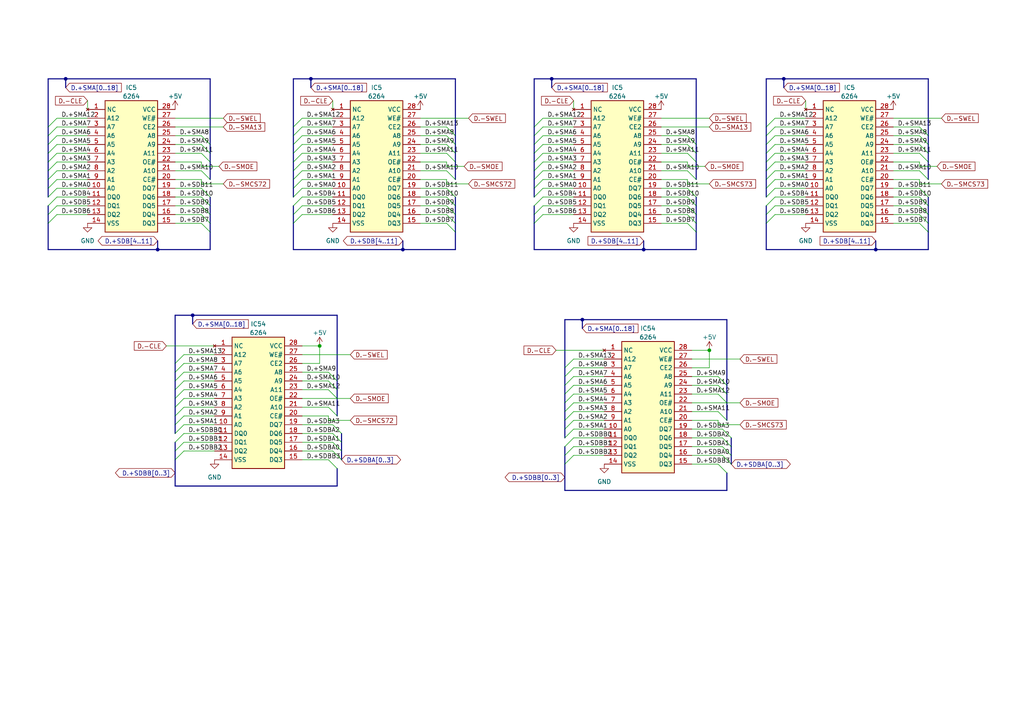
<source format=kicad_sch>
(kicad_sch (version 20230121) (generator eeschema)
  (paper "A4")
  (lib_symbols
    (symbol "SamacSys_Parts:LY6264DL-70LLI"
      (property "Reference" "IC" (at 21.59 7.62 0))
      (property "Value" "LY6264DL-70LLI" (at 21.59 5.08 0))
      (symbol "LY6264DL-70LLI_1_1"
        (rectangle (start 5.08 2.54) (end 20.32 -35.56) (stroke (width 0.254)) (fill (type background)))
        (pin no_connect line (at 0 0 0) (length 5.08) (name "NC") (number "1"))
        (pin passive line (at 0 -22.86 0) (length 5.08) (name "A0") (number "10"))
        (pin passive line (at 0 -25.4 0) (length 5.08) (name "DQ0") (number "11"))
        (pin passive line (at 0 -27.94 0) (length 5.08) (name "DQ1") (number "12"))
        (pin passive line (at 0 -30.48 0) (length 5.08) (name "DQ2") (number "13"))
        (pin passive line (at 0 -33.02 0) (length 5.08) (name "VSS") (number "14"))
        (pin passive line (at 25.4 -33.02 180) (length 5.08) (name "DQ3") (number "15"))
        (pin passive line (at 25.4 -30.48 180) (length 5.08) (name "DQ4") (number "16"))
        (pin passive line (at 25.4 -27.94 180) (length 5.08) (name "DQ5") (number "17"))
        (pin passive line (at 25.4 -25.4 180) (length 5.08) (name "DQ6") (number "18"))
        (pin passive line (at 25.4 -22.86 180) (length 5.08) (name "DQ7") (number "19"))
        (pin passive line (at 0 -2.54 0) (length 5.08) (name "A12") (number "2"))
        (pin passive line (at 25.4 -20.32 180) (length 5.08) (name "CE#") (number "20"))
        (pin passive line (at 25.4 -17.78 180) (length 5.08) (name "A10") (number "21"))
        (pin passive line (at 25.4 -15.24 180) (length 5.08) (name "OE#") (number "22"))
        (pin passive line (at 25.4 -12.7 180) (length 5.08) (name "A11") (number "23"))
        (pin passive line (at 25.4 -10.16 180) (length 5.08) (name "A9") (number "24"))
        (pin passive line (at 25.4 -7.62 180) (length 5.08) (name "A8") (number "25"))
        (pin passive line (at 25.4 -5.08 180) (length 5.08) (name "CE2") (number "26"))
        (pin passive line (at 25.4 -2.54 180) (length 5.08) (name "WE#") (number "27"))
        (pin passive line (at 25.4 0 180) (length 5.08) (name "VCC") (number "28"))
        (pin passive line (at 0 -5.08 0) (length 5.08) (name "A7") (number "3"))
        (pin passive line (at 0 -7.62 0) (length 5.08) (name "A6") (number "4"))
        (pin passive line (at 0 -10.16 0) (length 5.08) (name "A5") (number "5"))
        (pin passive line (at 0 -12.7 0) (length 5.08) (name "A4") (number "6"))
        (pin passive line (at 0 -15.24 0) (length 5.08) (name "A3") (number "7"))
        (pin passive line (at 0 -17.78 0) (length 5.08) (name "A2") (number "8"))
        (pin passive line (at 0 -20.32 0) (length 5.08) (name "A1") (number "9"))
      )
    )
    (symbol "power:+5V" (power) (pin_names (offset 0))
      (property "Value" "+5V" (at 0 3.556 0))
      (symbol "+5V_0_1"
        (polyline (pts (xy -0.762 1.27) (xy 0 2.54)))
        (polyline (pts (xy 0 0) (xy 0 2.54)))
        (polyline (pts (xy 0 2.54) (xy 0.762 1.27)))
      )
      (symbol "+5V_1_1"
        (pin power_in line (at 0 0 90) (length 0) hide (name "+5V") (number "1"))
      )
    )
    (symbol "power:GND" (power) (pin_names (offset 0))
      (property "Value" "GND" (at 0 -3.81 0))
      (symbol "GND_0_1"
        (polyline (pts (xy 0 0) (xy 0 -1.27) (xy 1.27 -1.27) (xy 0 -2.54) (xy -1.27 -1.27) (xy 0 -1.27)))
      )
      (symbol "GND_1_1"
        (pin power_in line (at 0 0 270) (length 0) hide (name "GND") (number "1"))
      )
    )
  )
  (junction (at 205.74 101.6))
  (junction (at 55.88 91.44))
  (junction (at 227.33 22.86))
  (junction (at 45.72 72.39))
  (junction (at 90.17 22.86))
  (junction (at 19.05 22.86))
  (junction (at 116.84 72.39))
  (junction (at 254 72.39))
  (junction (at 186.69 72.39))
  (junction (at 92.71 100.33))
  (junction (at 168.91 92.71))
  (junction (at 160.02 22.86))
  (bus_entry (at 199.39 59.69) (size 2.54 2.54))
  (bus_entry (at 157.48 39.37) (size -2.54 2.54))
  (bus_entry (at 166.37 124.46) (size -2.54 2.54))
  (bus_entry (at 53.34 102.87) (size -2.54 2.54))
  (bus_entry (at 129.54 64.77) (size 2.54 2.54))
  (bus_entry (at 266.7 39.37) (size 2.54 2.54))
  (bus_entry (at 166.37 104.14) (size -2.54 2.54))
  (bus_entry (at 53.34 107.95) (size -2.54 2.54))
  (bus_entry (at 16.51 41.91) (size -2.54 2.54))
  (bus_entry (at 87.63 44.45) (size -2.54 2.54))
  (bus_entry (at 224.79 62.23) (size -2.54 2.54))
  (bus_entry (at 266.7 44.45) (size 2.54 2.54))
  (bus_entry (at 87.63 39.37) (size -2.54 2.54))
  (bus_entry (at 166.37 121.92) (size -2.54 2.54))
  (bus_entry (at 87.63 41.91) (size -2.54 2.54))
  (bus_entry (at 129.54 39.37) (size 2.54 2.54))
  (bus_entry (at 166.37 109.22) (size -2.54 2.54))
  (bus_entry (at 224.79 39.37) (size -2.54 2.54))
  (bus_entry (at 129.54 62.23) (size 2.54 2.54))
  (bus_entry (at 53.34 105.41) (size -2.54 2.54))
  (bus_entry (at 157.48 41.91) (size -2.54 2.54))
  (bus_entry (at 129.54 54.61) (size 2.54 2.54))
  (bus_entry (at 16.51 34.29) (size -2.54 2.54))
  (bus_entry (at 199.39 39.37) (size 2.54 2.54))
  (bus_entry (at 96.52 125.73) (size 2.54 2.54))
  (bus_entry (at 16.51 62.23) (size -2.54 2.54))
  (bus_entry (at 129.54 41.91) (size 2.54 2.54))
  (bus_entry (at 157.48 34.29) (size -2.54 2.54))
  (bus_entry (at 266.7 49.53) (size 2.54 2.54))
  (bus_entry (at 224.79 59.69) (size -2.54 2.54))
  (bus_entry (at 266.7 64.77) (size 2.54 2.54))
  (bus_entry (at 53.34 118.11) (size -2.54 2.54))
  (bus_entry (at 129.54 57.15) (size 2.54 2.54))
  (bus_entry (at 129.54 59.69) (size 2.54 2.54))
  (bus_entry (at 266.7 54.61) (size 2.54 2.54))
  (bus_entry (at 87.63 46.99) (size -2.54 2.54))
  (bus_entry (at 199.39 44.45) (size 2.54 2.54))
  (bus_entry (at 129.54 44.45) (size 2.54 2.54))
  (bus_entry (at 16.51 54.61) (size -2.54 2.54))
  (bus_entry (at 129.54 36.83) (size 2.54 2.54))
  (bus_entry (at 95.25 110.49) (size 2.54 2.54))
  (bus_entry (at 53.34 125.73) (size -2.54 2.54))
  (bus_entry (at 166.37 106.68) (size -2.54 2.54))
  (bus_entry (at 58.42 57.15) (size 2.54 2.54))
  (bus_entry (at 53.34 130.81) (size -2.54 2.54))
  (bus_entry (at 224.79 49.53) (size -2.54 2.54))
  (bus_entry (at 16.51 59.69) (size -2.54 2.54))
  (bus_entry (at 208.28 119.38) (size 2.54 2.54))
  (bus_entry (at 95.25 113.03) (size 2.54 2.54))
  (bus_entry (at 16.51 49.53) (size -2.54 2.54))
  (bus_entry (at 96.52 130.81) (size 2.54 2.54))
  (bus_entry (at 87.63 57.15) (size -2.54 2.54))
  (bus_entry (at 53.34 123.19) (size -2.54 2.54))
  (bus_entry (at 166.37 129.54) (size -2.54 2.54))
  (bus_entry (at 53.34 120.65) (size -2.54 2.54))
  (bus_entry (at 58.42 59.69) (size 2.54 2.54))
  (bus_entry (at 157.48 44.45) (size -2.54 2.54))
  (bus_entry (at 166.37 132.08) (size -2.54 2.54))
  (bus_entry (at 199.39 54.61) (size 2.54 2.54))
  (bus_entry (at 87.63 59.69) (size -2.54 2.54))
  (bus_entry (at 16.51 57.15) (size -2.54 2.54))
  (bus_entry (at 53.34 115.57) (size -2.54 2.54))
  (bus_entry (at 208.28 114.3) (size 2.54 2.54))
  (bus_entry (at 199.39 49.53) (size 2.54 2.54))
  (bus_entry (at 95.25 118.11) (size 2.54 2.54))
  (bus_entry (at 58.42 54.61) (size 2.54 2.54))
  (bus_entry (at 157.48 62.23) (size -2.54 2.54))
  (bus_entry (at 209.55 132.08) (size 2.54 2.54))
  (bus_entry (at 95.25 107.95) (size 2.54 2.54))
  (bus_entry (at 266.7 36.83) (size 2.54 2.54))
  (bus_entry (at 157.48 54.61) (size -2.54 2.54))
  (bus_entry (at 224.79 34.29) (size -2.54 2.54))
  (bus_entry (at 166.37 114.3) (size -2.54 2.54))
  (bus_entry (at 199.39 41.91) (size 2.54 2.54))
  (bus_entry (at 157.48 52.07) (size -2.54 2.54))
  (bus_entry (at 58.42 62.23) (size 2.54 2.54))
  (bus_entry (at 16.51 52.07) (size -2.54 2.54))
  (bus_entry (at 157.48 36.83) (size -2.54 2.54))
  (bus_entry (at 16.51 44.45) (size -2.54 2.54))
  (bus_entry (at 58.42 44.45) (size 2.54 2.54))
  (bus_entry (at 224.79 52.07) (size -2.54 2.54))
  (bus_entry (at 266.7 62.23) (size 2.54 2.54))
  (bus_entry (at 16.51 36.83) (size -2.54 2.54))
  (bus_entry (at 224.79 54.61) (size -2.54 2.54))
  (bus_entry (at 266.7 57.15) (size 2.54 2.54))
  (bus_entry (at 157.48 57.15) (size -2.54 2.54))
  (bus_entry (at 209.55 127) (size 2.54 2.54))
  (bus_entry (at 208.28 109.22) (size 2.54 2.54))
  (bus_entry (at 53.34 128.27) (size -2.54 2.54))
  (bus_entry (at 87.63 52.07) (size -2.54 2.54))
  (bus_entry (at 157.48 59.69) (size -2.54 2.54))
  (bus_entry (at 16.51 39.37) (size -2.54 2.54))
  (bus_entry (at 96.52 128.27) (size 2.54 2.54))
  (bus_entry (at 166.37 116.84) (size -2.54 2.54))
  (bus_entry (at 224.79 44.45) (size -2.54 2.54))
  (bus_entry (at 224.79 36.83) (size -2.54 2.54))
  (bus_entry (at 208.28 111.76) (size 2.54 2.54))
  (bus_entry (at 96.52 123.19) (size 2.54 2.54))
  (bus_entry (at 95.25 133.35) (size 2.54 2.54))
  (bus_entry (at 87.63 34.29) (size -2.54 2.54))
  (bus_entry (at 199.39 64.77) (size 2.54 2.54))
  (bus_entry (at 58.42 64.77) (size 2.54 2.54))
  (bus_entry (at 53.34 113.03) (size -2.54 2.54))
  (bus_entry (at 58.42 39.37) (size 2.54 2.54))
  (bus_entry (at 87.63 54.61) (size -2.54 2.54))
  (bus_entry (at 224.79 46.99) (size -2.54 2.54))
  (bus_entry (at 16.51 46.99) (size -2.54 2.54))
  (bus_entry (at 199.39 57.15) (size 2.54 2.54))
  (bus_entry (at 209.55 129.54) (size 2.54 2.54))
  (bus_entry (at 224.79 57.15) (size -2.54 2.54))
  (bus_entry (at 266.7 41.91) (size 2.54 2.54))
  (bus_entry (at 209.55 124.46) (size 2.54 2.54))
  (bus_entry (at 266.7 59.69) (size 2.54 2.54))
  (bus_entry (at 166.37 111.76) (size -2.54 2.54))
  (bus_entry (at 199.39 62.23) (size 2.54 2.54))
  (bus_entry (at 53.34 110.49) (size -2.54 2.54))
  (bus_entry (at 166.37 127) (size -2.54 2.54))
  (bus_entry (at 129.54 49.53) (size 2.54 2.54))
  (bus_entry (at 224.79 41.91) (size -2.54 2.54))
  (bus_entry (at 157.48 46.99) (size -2.54 2.54))
  (bus_entry (at 87.63 36.83) (size -2.54 2.54))
  (bus_entry (at 58.42 41.91) (size 2.54 2.54))
  (bus_entry (at 157.48 49.53) (size -2.54 2.54))
  (bus_entry (at 87.63 62.23) (size -2.54 2.54))
  (bus_entry (at 166.37 119.38) (size -2.54 2.54))
  (bus_entry (at 58.42 49.53) (size 2.54 2.54))
  (bus_entry (at 208.28 134.62) (size 2.54 2.54))
  (bus_entry (at 87.63 49.53) (size -2.54 2.54))
  (wire (pts (xy 121.92 62.23) (xy 129.54 62.23)))
  (bus (pts (xy 90.17 22.86) (xy 90.17 25.4)))
  (wire (pts (xy 166.37 111.76) (xy 175.26 111.76)))
  (bus (pts (xy 154.94 22.86) (xy 154.94 36.83)))
  (bus (pts (xy 160.02 22.86) (xy 160.02 25.4)))
  (wire (pts (xy 97.79 115.57) (xy 87.63 115.57)))
  (bus (pts (xy 186.69 69.85) (xy 186.69 72.39)))
  (wire (pts (xy 191.77 41.91) (xy 199.39 41.91)))
  (bus (pts (xy 154.94 59.69) (xy 154.94 62.23)))
  (wire (pts (xy 157.48 46.99) (xy 166.37 46.99)))
  (wire (pts (xy 205.74 53.34) (xy 199.39 53.34)))
  (bus (pts (xy 222.25 22.86) (xy 222.25 36.83)))
  (wire (pts (xy 16.51 36.83) (xy 25.4 36.83)))
  (bus (pts (xy 269.24 62.23) (xy 269.24 64.77)))
  (wire (pts (xy 50.8 57.15) (xy 58.42 57.15)))
  (bus (pts (xy 99.06 125.73) (xy 99.06 128.27)))
  (bus (pts (xy 132.08 41.91) (xy 132.08 44.45)))
  (wire (pts (xy 53.34 128.27) (xy 62.23 128.27)))
  (wire (pts (xy 87.63 54.61) (xy 96.52 54.61)))
  (bus (pts (xy 201.93 41.91) (xy 201.93 44.45)))
  (wire (pts (xy 87.63 125.73) (xy 96.52 125.73)))
  (wire (pts (xy 166.37 109.22) (xy 175.26 109.22)))
  (wire (pts (xy 16.51 39.37) (xy 25.4 39.37)))
  (bus (pts (xy 85.09 64.77) (xy 85.09 72.39)))
  (bus (pts (xy 254 72.39) (xy 222.25 72.39)))
  (wire (pts (xy 224.79 36.83) (xy 233.68 36.83)))
  (bus (pts (xy 97.79 110.49) (xy 97.79 91.44)))
  (wire (pts (xy 157.48 52.07) (xy 166.37 52.07)))
  (wire (pts (xy 166.37 104.14) (xy 175.26 104.14)))
  (wire (pts (xy 157.48 54.61) (xy 166.37 54.61)))
  (wire (pts (xy 200.66 111.76) (xy 208.28 111.76)))
  (bus (pts (xy 154.94 46.99) (xy 154.94 49.53)))
  (wire (pts (xy 157.48 57.15) (xy 166.37 57.15)))
  (bus (pts (xy 222.25 52.07) (xy 222.25 54.61)))
  (wire (pts (xy 58.42 48.26) (xy 63.5 48.26)))
  (bus (pts (xy 50.8 115.57) (xy 50.8 118.11)))
  (bus (pts (xy 13.97 46.99) (xy 13.97 49.53)))
  (bus (pts (xy 85.09 54.61) (xy 85.09 57.15)))
  (wire (pts (xy 214.63 104.14) (xy 200.66 104.14)))
  (wire (pts (xy 191.77 62.23) (xy 199.39 62.23)))
  (bus (pts (xy 60.96 41.91) (xy 60.96 44.45)))
  (bus (pts (xy 222.25 54.61) (xy 222.25 57.15)))
  (wire (pts (xy 208.28 121.92) (xy 200.66 121.92)))
  (bus (pts (xy 154.94 36.83) (xy 154.94 39.37)))
  (wire (pts (xy 58.42 46.99) (xy 50.8 46.99)))
  (bus (pts (xy 50.8 133.35) (xy 50.8 130.81)))
  (bus (pts (xy 132.08 59.69) (xy 132.08 62.23)))
  (bus (pts (xy 201.93 72.39) (xy 186.69 72.39)))
  (bus (pts (xy 50.8 91.44) (xy 55.88 91.44)))
  (bus (pts (xy 50.8 120.65) (xy 50.8 123.19)))
  (wire (pts (xy 266.7 53.34) (xy 266.7 52.07)))
  (wire (pts (xy 129.54 53.34) (xy 129.54 52.07)))
  (wire (pts (xy 121.92 49.53) (xy 129.54 49.53)))
  (wire (pts (xy 157.48 49.53) (xy 166.37 49.53)))
  (wire (pts (xy 191.77 44.45) (xy 199.39 44.45)))
  (wire (pts (xy 224.79 54.61) (xy 233.68 54.61)))
  (bus (pts (xy 154.94 41.91) (xy 154.94 44.45)))
  (wire (pts (xy 233.68 29.21) (xy 233.68 31.75)))
  (bus (pts (xy 13.97 44.45) (xy 13.97 46.99)))
  (bus (pts (xy 97.79 110.49) (xy 97.79 113.03)))
  (wire (pts (xy 50.8 49.53) (xy 58.42 49.53)))
  (wire (pts (xy 16.51 59.69) (xy 25.4 59.69)))
  (wire (pts (xy 87.63 34.29) (xy 96.52 34.29)))
  (wire (pts (xy 210.82 116.84) (xy 200.66 116.84)))
  (bus (pts (xy 212.09 132.08) (xy 212.09 134.62)))
  (bus (pts (xy 163.83 142.24) (xy 163.83 134.62)))
  (bus (pts (xy 201.93 64.77) (xy 201.93 67.31)))
  (bus (pts (xy 160.02 22.86) (xy 201.93 22.86)))
  (bus (pts (xy 154.94 22.86) (xy 160.02 22.86)))
  (wire (pts (xy 191.77 49.53) (xy 199.39 49.53)))
  (bus (pts (xy 60.96 59.69) (xy 60.96 62.23)))
  (wire (pts (xy 58.42 46.99) (xy 58.42 48.26)))
  (wire (pts (xy 157.48 59.69) (xy 166.37 59.69)))
  (bus (pts (xy 97.79 140.97) (xy 50.8 140.97)))
  (wire (pts (xy 16.51 54.61) (xy 25.4 54.61)))
  (bus (pts (xy 97.79 113.03) (xy 97.79 115.57)))
  (bus (pts (xy 163.83 124.46) (xy 163.83 127)))
  (wire (pts (xy 50.8 62.23) (xy 58.42 62.23)))
  (wire (pts (xy 157.48 36.83) (xy 166.37 36.83)))
  (wire (pts (xy 87.63 128.27) (xy 96.52 128.27)))
  (bus (pts (xy 85.09 22.86) (xy 90.17 22.86)))
  (wire (pts (xy 200.66 129.54) (xy 209.55 129.54)))
  (wire (pts (xy 53.34 105.41) (xy 62.23 105.41)))
  (bus (pts (xy 210.82 114.3) (xy 210.82 116.84)))
  (wire (pts (xy 121.92 44.45) (xy 129.54 44.45)))
  (bus (pts (xy 222.25 41.91) (xy 222.25 44.45)))
  (wire (pts (xy 50.8 39.37) (xy 58.42 39.37)))
  (wire (pts (xy 53.34 118.11) (xy 62.23 118.11)))
  (wire (pts (xy 53.34 123.19) (xy 62.23 123.19)))
  (wire (pts (xy 64.77 53.34) (xy 58.42 53.34)))
  (bus (pts (xy 132.08 62.23) (xy 132.08 64.77)))
  (wire (pts (xy 87.63 44.45) (xy 96.52 44.45)))
  (wire (pts (xy 157.48 34.29) (xy 166.37 34.29)))
  (wire (pts (xy 121.92 59.69) (xy 129.54 59.69)))
  (bus (pts (xy 212.09 129.54) (xy 212.09 132.08)))
  (wire (pts (xy 224.79 57.15) (xy 233.68 57.15)))
  (bus (pts (xy 163.83 109.22) (xy 163.83 111.76)))
  (bus (pts (xy 60.96 41.91) (xy 60.96 22.86)))
  (bus (pts (xy 45.72 72.39) (xy 13.97 72.39)))
  (wire (pts (xy 214.63 116.84) (xy 210.82 116.84)))
  (bus (pts (xy 222.25 22.86) (xy 227.33 22.86)))
  (wire (pts (xy 200.66 124.46) (xy 209.55 124.46)))
  (bus (pts (xy 85.09 49.53) (xy 85.09 52.07)))
  (bus (pts (xy 163.83 132.08) (xy 163.83 129.54)))
  (wire (pts (xy 266.7 46.99) (xy 266.7 48.26)))
  (wire (pts (xy 259.08 64.77) (xy 266.7 64.77)))
  (bus (pts (xy 163.83 116.84) (xy 163.83 119.38)))
  (bus (pts (xy 222.25 39.37) (xy 222.25 41.91)))
  (bus (pts (xy 222.25 59.69) (xy 222.25 62.23)))
  (wire (pts (xy 191.77 57.15) (xy 199.39 57.15)))
  (bus (pts (xy 19.05 22.86) (xy 19.05 25.4)))
  (bus (pts (xy 13.97 49.53) (xy 13.97 52.07)))
  (wire (pts (xy 121.92 36.83) (xy 129.54 36.83)))
  (wire (pts (xy 166.37 29.21) (xy 166.37 31.75)))
  (wire (pts (xy 166.37 116.84) (xy 175.26 116.84)))
  (wire (pts (xy 58.42 53.34) (xy 58.42 52.07)))
  (bus (pts (xy 210.82 111.76) (xy 210.82 92.71)))
  (wire (pts (xy 92.71 100.33) (xy 92.71 105.41)))
  (wire (pts (xy 87.63 36.83) (xy 96.52 36.83)))
  (bus (pts (xy 97.79 115.57) (xy 97.79 120.65)))
  (bus (pts (xy 201.93 44.45) (xy 201.93 46.99)))
  (wire (pts (xy 224.79 59.69) (xy 233.68 59.69)))
  (wire (pts (xy 191.77 39.37) (xy 199.39 39.37)))
  (bus (pts (xy 60.96 64.77) (xy 60.96 67.31)))
  (wire (pts (xy 87.63 46.99) (xy 96.52 46.99)))
  (bus (pts (xy 13.97 64.77) (xy 13.97 72.39)))
  (wire (pts (xy 259.08 57.15) (xy 266.7 57.15)))
  (bus (pts (xy 85.09 59.69) (xy 85.09 62.23)))
  (bus (pts (xy 154.94 44.45) (xy 154.94 46.99)))
  (wire (pts (xy 224.79 62.23) (xy 233.68 62.23)))
  (bus (pts (xy 85.09 44.45) (xy 85.09 46.99)))
  (bus (pts (xy 50.8 91.44) (xy 50.8 105.41)))
  (bus (pts (xy 222.25 62.23) (xy 222.25 64.77)))
  (wire (pts (xy 87.63 62.23) (xy 96.52 62.23)))
  (wire (pts (xy 224.79 41.91) (xy 233.68 41.91)))
  (wire (pts (xy 199.39 52.07) (xy 191.77 52.07)))
  (wire (pts (xy 200.66 134.62) (xy 208.28 134.62)))
  (bus (pts (xy 269.24 72.39) (xy 254 72.39)))
  (wire (pts (xy 95.25 121.92) (xy 95.25 120.65)))
  (wire (pts (xy 208.28 123.19) (xy 208.28 121.92)))
  (wire (pts (xy 87.63 130.81) (xy 96.52 130.81)))
  (wire (pts (xy 199.39 53.34) (xy 199.39 52.07)))
  (bus (pts (xy 55.88 91.44) (xy 55.88 93.98)))
  (bus (pts (xy 210.82 137.16) (xy 210.82 142.24)))
  (bus (pts (xy 132.08 46.99) (xy 132.08 52.07)))
  (wire (pts (xy 64.77 36.83) (xy 50.8 36.83)))
  (bus (pts (xy 85.09 22.86) (xy 85.09 36.83)))
  (wire (pts (xy 157.48 39.37) (xy 166.37 39.37)))
  (bus (pts (xy 222.25 49.53) (xy 222.25 52.07)))
  (wire (pts (xy 166.37 121.92) (xy 175.26 121.92)))
  (wire (pts (xy 266.7 46.99) (xy 259.08 46.99)))
  (wire (pts (xy 101.6 121.92) (xy 95.25 121.92)))
  (wire (pts (xy 166.37 132.08) (xy 175.26 132.08)))
  (bus (pts (xy 168.91 92.71) (xy 210.82 92.71)))
  (wire (pts (xy 166.37 106.68) (xy 175.26 106.68)))
  (wire (pts (xy 224.79 46.99) (xy 233.68 46.99)))
  (wire (pts (xy 259.08 44.45) (xy 266.7 44.45)))
  (wire (pts (xy 16.51 49.53) (xy 25.4 49.53)))
  (wire (pts (xy 53.34 102.87) (xy 62.23 102.87)))
  (wire (pts (xy 87.63 113.03) (xy 95.25 113.03)))
  (wire (pts (xy 101.6 102.87) (xy 87.63 102.87)))
  (wire (pts (xy 16.51 41.91) (xy 25.4 41.91)))
  (bus (pts (xy 50.8 130.81) (xy 50.8 128.27)))
  (wire (pts (xy 199.39 46.99) (xy 191.77 46.99)))
  (bus (pts (xy 212.09 127) (xy 212.09 129.54)))
  (bus (pts (xy 186.69 72.39) (xy 154.94 72.39)))
  (wire (pts (xy 87.63 118.11) (xy 95.25 118.11)))
  (wire (pts (xy 166.37 129.54) (xy 175.26 129.54)))
  (wire (pts (xy 16.51 52.07) (xy 25.4 52.07)))
  (wire (pts (xy 53.34 113.03) (xy 62.23 113.03)))
  (bus (pts (xy 269.24 46.99) (xy 269.24 52.07)))
  (wire (pts (xy 87.63 49.53) (xy 96.52 49.53)))
  (bus (pts (xy 201.93 46.99) (xy 201.93 52.07)))
  (wire (pts (xy 16.51 34.29) (xy 25.4 34.29)))
  (bus (pts (xy 13.97 36.83) (xy 13.97 39.37)))
  (wire (pts (xy 259.08 54.61) (xy 266.7 54.61)))
  (wire (pts (xy 101.6 115.57) (xy 97.79 115.57)))
  (wire (pts (xy 87.63 41.91) (xy 96.52 41.91)))
  (wire (pts (xy 16.51 57.15) (xy 25.4 57.15)))
  (bus (pts (xy 201.93 59.69) (xy 201.93 62.23)))
  (bus (pts (xy 163.83 134.62) (xy 163.83 132.08)))
  (bus (pts (xy 116.84 69.85) (xy 116.84 72.39)))
  (bus (pts (xy 269.24 39.37) (xy 269.24 22.86)))
  (wire (pts (xy 121.92 39.37) (xy 129.54 39.37)))
  (wire (pts (xy 266.7 48.26) (xy 271.78 48.26)))
  (wire (pts (xy 121.92 41.91) (xy 129.54 41.91)))
  (bus (pts (xy 132.08 72.39) (xy 116.84 72.39)))
  (wire (pts (xy 259.08 49.53) (xy 266.7 49.53)))
  (wire (pts (xy 121.92 57.15) (xy 129.54 57.15)))
  (bus (pts (xy 154.94 64.77) (xy 154.94 72.39)))
  (wire (pts (xy 87.63 107.95) (xy 95.25 107.95)))
  (wire (pts (xy 16.51 44.45) (xy 25.4 44.45)))
  (bus (pts (xy 90.17 22.86) (xy 132.08 22.86)))
  (wire (pts (xy 121.92 64.77) (xy 129.54 64.77)))
  (bus (pts (xy 85.09 36.83) (xy 85.09 39.37)))
  (bus (pts (xy 163.83 114.3) (xy 163.83 116.84)))
  (wire (pts (xy 205.74 101.6) (xy 200.66 101.6)))
  (bus (pts (xy 99.06 130.81) (xy 99.06 133.35)))
  (wire (pts (xy 87.63 52.07) (xy 96.52 52.07)))
  (wire (pts (xy 200.66 114.3) (xy 208.28 114.3)))
  (wire (pts (xy 50.8 59.69) (xy 58.42 59.69)))
  (wire (pts (xy 199.39 48.26) (xy 204.47 48.26)))
  (bus (pts (xy 201.93 57.15) (xy 201.93 59.69)))
  (wire (pts (xy 53.34 130.81) (xy 62.23 130.81)))
  (wire (pts (xy 64.77 34.29) (xy 50.8 34.29)))
  (bus (pts (xy 85.09 62.23) (xy 85.09 64.77)))
  (bus (pts (xy 132.08 41.91) (xy 132.08 39.37)))
  (bus (pts (xy 132.08 57.15) (xy 132.08 59.69)))
  (wire (pts (xy 200.66 132.08) (xy 209.55 132.08)))
  (wire (pts (xy 224.79 49.53) (xy 233.68 49.53)))
  (wire (pts (xy 16.51 46.99) (xy 25.4 46.99)))
  (wire (pts (xy 205.74 36.83) (xy 191.77 36.83)))
  (bus (pts (xy 13.97 22.86) (xy 19.05 22.86)))
  (wire (pts (xy 58.42 52.07) (xy 50.8 52.07)))
  (wire (pts (xy 157.48 41.91) (xy 166.37 41.91)))
  (wire (pts (xy 157.48 44.45) (xy 166.37 44.45)))
  (bus (pts (xy 163.83 121.92) (xy 163.83 124.46)))
  (bus (pts (xy 45.72 69.85) (xy 45.72 72.39)))
  (wire (pts (xy 259.08 62.23) (xy 266.7 62.23)))
  (wire (pts (xy 50.8 44.45) (xy 58.42 44.45)))
  (wire (pts (xy 53.34 110.49) (xy 62.23 110.49)))
  (bus (pts (xy 154.94 39.37) (xy 154.94 41.91)))
  (bus (pts (xy 60.96 62.23) (xy 60.96 64.77)))
  (bus (pts (xy 85.09 52.07) (xy 85.09 54.61)))
  (wire (pts (xy 129.54 48.26) (xy 134.62 48.26)))
  (bus (pts (xy 13.97 39.37) (xy 13.97 41.91)))
  (bus (pts (xy 227.33 22.86) (xy 227.33 25.4)))
  (bus (pts (xy 99.06 128.27) (xy 99.06 130.81)))
  (bus (pts (xy 269.24 41.91) (xy 269.24 44.45)))
  (bus (pts (xy 269.24 64.77) (xy 269.24 67.31)))
  (bus (pts (xy 50.8 113.03) (xy 50.8 115.57)))
  (bus (pts (xy 13.97 41.91) (xy 13.97 44.45)))
  (wire (pts (xy 53.34 115.57) (xy 62.23 115.57)))
  (wire (pts (xy 50.8 64.77) (xy 58.42 64.77)))
  (bus (pts (xy 13.97 22.86) (xy 13.97 36.83)))
  (wire (pts (xy 25.4 29.21) (xy 25.4 31.75)))
  (wire (pts (xy 157.48 62.23) (xy 166.37 62.23)))
  (wire (pts (xy 87.63 105.41) (xy 92.71 105.41)))
  (wire (pts (xy 199.39 46.99) (xy 199.39 48.26)))
  (wire (pts (xy 259.08 41.91) (xy 266.7 41.91)))
  (bus (pts (xy 85.09 46.99) (xy 85.09 49.53)))
  (wire (pts (xy 129.54 46.99) (xy 121.92 46.99)))
  (bus (pts (xy 60.96 67.31) (xy 60.96 72.39)))
  (wire (pts (xy 166.37 119.38) (xy 175.26 119.38)))
  (wire (pts (xy 224.79 34.29) (xy 233.68 34.29)))
  (bus (pts (xy 222.25 36.83) (xy 222.25 39.37)))
  (wire (pts (xy 259.08 39.37) (xy 266.7 39.37)))
  (bus (pts (xy 269.24 44.45) (xy 269.24 46.99)))
  (bus (pts (xy 201.93 41.91) (xy 201.93 22.86)))
  (bus (pts (xy 163.83 111.76) (xy 163.83 114.3)))
  (bus (pts (xy 210.82 142.24) (xy 163.83 142.24)))
  (bus (pts (xy 85.09 39.37) (xy 85.09 41.91)))
  (bus (pts (xy 50.8 105.41) (xy 50.8 107.95)))
  (wire (pts (xy 87.63 59.69) (xy 96.52 59.69)))
  (wire (pts (xy 53.34 107.95) (xy 62.23 107.95)))
  (bus (pts (xy 132.08 39.37) (xy 132.08 22.86)))
  (bus (pts (xy 269.24 57.15) (xy 269.24 59.69)))
  (bus (pts (xy 154.94 52.07) (xy 154.94 54.61)))
  (bus (pts (xy 13.97 52.07) (xy 13.97 54.61)))
  (wire (pts (xy 191.77 64.77) (xy 199.39 64.77)))
  (bus (pts (xy 210.82 116.84) (xy 210.82 121.92)))
  (wire (pts (xy 87.63 39.37) (xy 96.52 39.37)))
  (bus (pts (xy 168.91 92.71) (xy 168.91 95.25)))
  (wire (pts (xy 121.92 54.61) (xy 129.54 54.61)))
  (wire (pts (xy 259.08 59.69) (xy 266.7 59.69)))
  (bus (pts (xy 132.08 64.77) (xy 132.08 67.31)))
  (bus (pts (xy 154.94 62.23) (xy 154.94 64.77)))
  (bus (pts (xy 222.25 64.77) (xy 222.25 72.39)))
  (bus (pts (xy 50.8 140.97) (xy 50.8 133.35)))
  (bus (pts (xy 50.8 118.11) (xy 50.8 120.65)))
  (bus (pts (xy 19.05 22.86) (xy 60.96 22.86)))
  (wire (pts (xy 87.63 123.19) (xy 96.52 123.19)))
  (wire (pts (xy 50.8 41.91) (xy 58.42 41.91)))
  (wire (pts (xy 50.8 54.61) (xy 58.42 54.61)))
  (bus (pts (xy 60.96 44.45) (xy 60.96 46.99)))
  (bus (pts (xy 132.08 67.31) (xy 132.08 72.39)))
  (wire (pts (xy 92.71 100.33) (xy 87.63 100.33)))
  (wire (pts (xy 191.77 54.61) (xy 199.39 54.61)))
  (wire (pts (xy 266.7 52.07) (xy 259.08 52.07)))
  (wire (pts (xy 205.74 34.29) (xy 191.77 34.29)))
  (bus (pts (xy 60.96 46.99) (xy 60.96 52.07)))
  (wire (pts (xy 166.37 127) (xy 175.26 127)))
  (bus (pts (xy 210.82 111.76) (xy 210.82 114.3)))
  (wire (pts (xy 87.63 57.15) (xy 96.52 57.15)))
  (bus (pts (xy 163.83 119.38) (xy 163.83 121.92)))
  (wire (pts (xy 166.37 124.46) (xy 175.26 124.46)))
  (wire (pts (xy 129.54 46.99) (xy 129.54 48.26)))
  (bus (pts (xy 85.09 41.91) (xy 85.09 44.45)))
  (wire (pts (xy 200.66 127) (xy 209.55 127)))
  (wire (pts (xy 48.26 100.33) (xy 62.23 100.33)))
  (bus (pts (xy 201.93 62.23) (xy 201.93 64.77)))
  (wire (pts (xy 96.52 29.21) (xy 96.52 31.75)))
  (bus (pts (xy 201.93 67.31) (xy 201.93 72.39)))
  (bus (pts (xy 55.88 91.44) (xy 97.79 91.44)))
  (bus (pts (xy 132.08 44.45) (xy 132.08 46.99)))
  (wire (pts (xy 53.34 125.73) (xy 62.23 125.73)))
  (bus (pts (xy 13.97 54.61) (xy 13.97 57.15)))
  (bus (pts (xy 154.94 49.53) (xy 154.94 52.07)))
  (bus (pts (xy 163.83 92.71) (xy 163.83 106.68)))
  (wire (pts (xy 135.89 34.29) (xy 121.92 34.29)))
  (wire (pts (xy 16.51 62.23) (xy 25.4 62.23)))
  (wire (pts (xy 53.34 120.65) (xy 62.23 120.65)))
  (wire (pts (xy 200.66 119.38) (xy 208.28 119.38)))
  (wire (pts (xy 224.79 44.45) (xy 233.68 44.45)))
  (bus (pts (xy 222.25 46.99) (xy 222.25 49.53)))
  (bus (pts (xy 269.24 41.91) (xy 269.24 39.37)))
  (wire (pts (xy 87.63 110.49) (xy 95.25 110.49)))
  (wire (pts (xy 166.37 114.3) (xy 175.26 114.3)))
  (bus (pts (xy 50.8 110.49) (xy 50.8 113.03)))
  (bus (pts (xy 254 69.85) (xy 254 72.39)))
  (bus (pts (xy 50.8 123.19) (xy 50.8 125.73)))
  (bus (pts (xy 13.97 62.23) (xy 13.97 64.77)))
  (wire (pts (xy 224.79 39.37) (xy 233.68 39.37)))
  (wire (pts (xy 129.54 52.07) (xy 121.92 52.07)))
  (wire (pts (xy 200.66 106.68) (xy 205.74 106.68)))
  (bus (pts (xy 163.83 92.71) (xy 168.91 92.71)))
  (wire (pts (xy 224.79 52.07) (xy 233.68 52.07)))
  (wire (pts (xy 161.29 101.6) (xy 175.26 101.6)))
  (wire (pts (xy 135.89 53.34) (xy 129.54 53.34)))
  (bus (pts (xy 269.24 59.69) (xy 269.24 62.23)))
  (bus (pts (xy 116.84 72.39) (xy 85.09 72.39)))
  (bus (pts (xy 163.83 106.68) (xy 163.83 109.22)))
  (bus (pts (xy 222.25 44.45) (xy 222.25 46.99)))
  (wire (pts (xy 259.08 36.83) (xy 266.7 36.83)))
  (wire (pts (xy 87.63 133.35) (xy 95.25 133.35)))
  (bus (pts (xy 60.96 72.39) (xy 45.72 72.39)))
  (bus (pts (xy 269.24 67.31) (xy 269.24 72.39)))
  (bus (pts (xy 97.79 135.89) (xy 97.79 140.97)))
  (wire (pts (xy 273.05 34.29) (xy 259.08 34.29)))
  (bus (pts (xy 227.33 22.86) (xy 269.24 22.86)))
  (bus (pts (xy 50.8 107.95) (xy 50.8 110.49)))
  (bus (pts (xy 154.94 54.61) (xy 154.94 57.15)))
  (wire (pts (xy 205.74 101.6) (xy 205.74 106.68)))
  (wire (pts (xy 95.25 120.65) (xy 87.63 120.65)))
  (wire (pts (xy 200.66 109.22) (xy 208.28 109.22)))
  (bus (pts (xy 60.96 57.15) (xy 60.96 59.69)))
  (bus (pts (xy 13.97 59.69) (xy 13.97 62.23)))
  (wire (pts (xy 191.77 59.69) (xy 199.39 59.69)))
  (wire (pts (xy 214.63 123.19) (xy 208.28 123.19)))
  (wire (pts (xy 273.05 53.34) (xy 266.7 53.34)))
  (label "D.+SMA6" (at 88.9 39.37 0))
  (label "D.+SDB6" (at 158.75 62.23 0))
  (label "D.+SMA9" (at 52.07 41.91 0))
  (label "D.+SMA8" (at 52.07 39.37 0))
  (label "D.+SDB6" (at 226.06 62.23 0))
  (label "D.+SMA8" (at 54.61 105.41 0))
  (label "D.+SMA13" (at 54.61 102.87 0))
  (label "D.+SMA5" (at 167.64 114.3 0))
  (label "D.+SDB7" (at 52.07 64.77 0))
  (label "D.+SMA5" (at 17.78 41.91 0))
  (label "D.+SDB4" (at 226.06 57.15 0))
  (label "D.+SDB4" (at 88.9 57.15 0))
  (label "D.+SDB10" (at 260.35 57.15 0))
  (label "D.+SDB8" (at 52.07 62.23 0))
  (label "D.+SMA10" (at 123.19 49.53 0))
  (label "D.+SMA7" (at 17.78 36.83 0))
  (label "D.+SMA13" (at 260.35 36.83 0))
  (label "D.+SMA8" (at 167.64 106.68 0))
  (label "D.+SDBA2" (at 88.9 125.73 0))
  (label "D.+SMA1" (at 226.06 52.07 0))
  (label "D.+SMA4" (at 17.78 44.45 0))
  (label "D.+SMA5" (at 158.75 41.91 0))
  (label "D.+SMA1" (at 88.9 52.07 0))
  (label "D.+SMA3" (at 54.61 118.11 0))
  (label "D.+SMA4" (at 226.06 44.45 0))
  (label "D.+SDBA1" (at 201.93 129.54 0))
  (label "D.+SDBA0" (at 201.93 132.08 0))
  (label "D.+SMA4" (at 88.9 44.45 0))
  (label "D.+SDBB1" (at 167.64 129.54 0))
  (label "D.+SMA8" (at 123.19 39.37 0))
  (label "D.+SDB6" (at 17.78 62.23 0))
  (label "D.+SMA11" (at 201.93 119.38 0))
  (label "D.+SMA10" (at 193.04 49.53 0))
  (label "D.+SDBB2" (at 54.61 130.81 0))
  (label "D.+SMA8" (at 260.35 39.37 0))
  (label "D.+SDB10" (at 123.19 57.15 0))
  (label "D.+SMA4" (at 54.61 115.57 0))
  (label "D.+SDBB3" (at 88.9 133.35 0))
  (label "D.+SDBB2" (at 167.64 132.08 0))
  (label "D.+SMA3" (at 167.64 119.38 0))
  (label "D.+SDB5" (at 88.9 59.69 0))
  (label "D.+SMA11" (at 260.35 44.45 0))
  (label "D.+SMA1" (at 17.78 52.07 0))
  (label "D.+SDB7" (at 260.35 64.77 0))
  (label "D.+SDB11" (at 52.07 54.61 0))
  (label "D.+SDB8" (at 193.04 62.23 0))
  (label "D.+SMA10" (at 201.93 111.76 0))
  (label "D.+SMA4" (at 167.64 116.84 0))
  (label "D.+SMA7" (at 226.06 36.83 0))
  (label "D.+SMA3" (at 158.75 46.99 0))
  (label "D.+SDBA2" (at 201.93 127 0))
  (label "D.+SDB7" (at 193.04 64.77 0))
  (label "D.+SMA6" (at 226.06 39.37 0))
  (label "D.+SMA9" (at 260.35 41.91 0))
  (label "D.+SMA6" (at 167.64 111.76 0))
  (label "D.+SMA11" (at 123.19 44.45 0))
  (label "D.+SMA5" (at 54.61 113.03 0))
  (label "D.+SDB5" (at 158.75 59.69 0))
  (label "D.+SDBA1" (at 88.9 128.27 0))
  (label "D.+SMA0" (at 226.06 54.61 0))
  (label "D.+SMA12" (at 158.75 34.29 0))
  (label "D.+SMA2" (at 54.61 120.65 0))
  (label "D.+SDB11" (at 193.04 54.61 0))
  (label "D.+SDB9" (at 193.04 59.69 0))
  (label "D.+SMA9" (at 193.04 41.91 0))
  (label "D.+SMA0" (at 88.9 54.61 0))
  (label "D.+SMA6" (at 158.75 39.37 0))
  (label "D.+SDB4" (at 17.78 57.15 0))
  (label "D.+SMA10" (at 52.07 49.53 0))
  (label "D.+SMA11" (at 193.04 44.45 0))
  (label "D.+SDB7" (at 123.19 64.77 0))
  (label "D.+SMA3" (at 88.9 46.99 0))
  (label "D.+SMA6" (at 17.78 39.37 0))
  (label "D.+SDB11" (at 123.19 54.61 0))
  (label "D.+SMA3" (at 226.06 46.99 0))
  (label "D.+SMA1" (at 158.75 52.07 0))
  (label "D.+SMA11" (at 52.07 44.45 0))
  (label "D.+SDB11" (at 260.35 54.61 0))
  (label "D.+SMA2" (at 158.75 49.53 0))
  (label "D.+SMA0" (at 158.75 54.61 0))
  (label "D.+SDBB1" (at 54.61 128.27 0))
  (label "D.+SDB9" (at 260.35 59.69 0))
  (label "D.+SDBA3" (at 201.93 124.46 0))
  (label "D.+SMA9" (at 201.93 109.22 0))
  (label "D.+SMA5" (at 88.9 41.91 0))
  (label "D.+SMA7" (at 54.61 107.95 0))
  (label "D.+SMA13" (at 167.64 104.14 0))
  (label "D.+SDB10" (at 193.04 57.15 0))
  (label "D.+SMA7" (at 158.75 36.83 0))
  (label "D.+SMA10" (at 88.9 110.49 0))
  (label "D.+SMA2" (at 226.06 49.53 0))
  (label "D.+SMA9" (at 123.19 41.91 0))
  (label "D.+SMA12" (at 88.9 34.29 0))
  (label "D.+SDBB0" (at 54.61 125.73 0))
  (label "D.+SDB4" (at 158.75 57.15 0))
  (label "D.+SMA1" (at 54.61 123.19 0))
  (label "D.+SDB5" (at 226.06 59.69 0))
  (label "D.+SMA2" (at 167.64 121.92 0))
  (label "D.+SDBB3" (at 201.93 134.62 0))
  (label "D.+SMA0" (at 17.78 54.61 0))
  (label "D.+SMA12" (at 17.78 34.29 0))
  (label "D.+SMA8" (at 193.04 39.37 0))
  (label "D.+SMA2" (at 17.78 49.53 0))
  (label "D.+SMA12" (at 226.06 34.29 0))
  (label "D.+SMA6" (at 54.61 110.49 0))
  (label "D.+SMA7" (at 88.9 36.83 0))
  (label "D.+SMA3" (at 17.78 46.99 0))
  (label "D.+SDBA0" (at 88.9 130.81 0))
  (label "D.+SMA10" (at 260.35 49.53 0))
  (label "D.+SMA2" (at 88.9 49.53 0))
  (label "D.+SMA1" (at 167.64 124.46 0))
  (label "D.+SDB5" (at 17.78 59.69 0))
  (label "D.+SMA11" (at 88.9 118.11 0))
  (label "D.+SMA12" (at 88.9 113.03 0))
  (label "D.+SMA4" (at 158.75 44.45 0))
  (label "D.+SDB8" (at 123.19 62.23 0))
  (label "D.+SDBB0" (at 167.64 127 0))
  (label "D.+SDB9" (at 123.19 59.69 0))
  (label "D.+SDB8" (at 260.35 62.23 0))
  (label "D.+SMA9" (at 88.9 107.95 0))
  (label "D.+SDB10" (at 52.07 57.15 0))
  (label "D.+SDB6" (at 88.9 62.23 0))
  (label "D.+SMA5" (at 226.06 41.91 0))
  (label "D.+SMA7" (at 167.64 109.22 0))
  (label "D.+SDBA3" (at 88.9 123.19 0))
  (label "D.+SDB9" (at 52.07 59.69 0))
  (label "D.+SMA13" (at 123.19 36.83 0))
  (label "D.+SMA12" (at 201.93 114.3 0))
  (global_label "D.-SWEL" (shape input) (at 135.89 34.29 0) (property "Intersheetrefs" "${INTERSHEET_REFS}" (effects hide)))
  (global_label "D.-SWEL" (shape input) (at 101.6 102.87 0) (property "Intersheetrefs" "${INTERSHEET_REFS}" (effects hide)))
  (global_label "D.-SMCS73" (shape input) (at 205.74 53.34 0) (property "Intersheetrefs" "${INTERSHEET_REFS}" (effects hide)))
  (global_label "D.-SMCS72" (shape input) (at 101.6 121.92 0) (property "Intersheetrefs" "${INTERSHEET_REFS}" (effects hide)))
  (global_label "D.+SMA[0..18]" (shape input) (at 90.17 25.4 0) (property "Intersheetrefs" "${INTERSHEET_REFS}" (effects hide)))
  (global_label "D.+SDBB[0..3]" (shape bidirectional) (at 50.8 137.16 180) (property "Intersheetrefs" "${INTERSHEET_REFS}" (effects hide)))
  (global_label "D.-CLE" (shape input) (at 96.52 29.21 180) (property "Intersheetrefs" "${INTERSHEET_REFS}" (effects hide)))
  (global_label "D.-SWEL" (shape input) (at 64.77 34.29 0) (property "Intersheetrefs" "${INTERSHEET_REFS}" (effects hide)))
  (global_label "D.-SWEL" (shape input) (at 273.05 34.29 0) (property "Intersheetrefs" "${INTERSHEET_REFS}" (effects hide)))
  (global_label "D.+SMA[0..18]" (shape input) (at 19.05 25.4 0) (property "Intersheetrefs" "${INTERSHEET_REFS}" (effects hide)))
  (global_label "D.-SMCS72" (shape input) (at 135.89 53.34 0) (property "Intersheetrefs" "${INTERSHEET_REFS}" (effects hide)))
  (global_label "D.+SMA[0..18]" (shape input) (at 55.88 93.98 0) (property "Intersheetrefs" "${INTERSHEET_REFS}" (effects hide)))
  (global_label "D.+SDB[4..11]" (shape input) (at 254 69.85 180) (property "Intersheetrefs" "${INTERSHEET_REFS}" (effects hide)))
  (global_label "D.+SDB[4..11]" (shape input) (at 186.69 69.85 180) (property "Intersheetrefs" "${INTERSHEET_REFS}" (effects hide)))
  (global_label "D.-SMCS73" (shape input) (at 214.63 123.19 0) (property "Intersheetrefs" "${INTERSHEET_REFS}" (effects hide)))
  (global_label "D.-SWEL" (shape input) (at 205.74 34.29 0) (property "Intersheetrefs" "${INTERSHEET_REFS}" (effects hide)))
  (global_label "D.-SMCS73" (shape input) (at 273.05 53.34 0) (property "Intersheetrefs" "${INTERSHEET_REFS}" (effects hide)))
  (global_label "D.-SMA13" (shape input) (at 205.74 36.83 0) (property "Intersheetrefs" "${INTERSHEET_REFS}" (effects hide)))
  (global_label "D.-SMOE" (shape input) (at 101.6 115.57 0) (property "Intersheetrefs" "${INTERSHEET_REFS}" (effects hide)))
  (global_label "D.+SDBB[0..3]" (shape bidirectional) (at 163.83 138.43 180) (property "Intersheetrefs" "${INTERSHEET_REFS}" (effects hide)))
  (global_label "D.-SMCS72" (shape input) (at 64.77 53.34 0) (property "Intersheetrefs" "${INTERSHEET_REFS}" (effects hide)))
  (global_label "D.+SDBA[0..3]" (shape bidirectional) (at 99.06 133.35 0) (property "Intersheetrefs" "${INTERSHEET_REFS}" (effects hide)))
  (global_label "D.-CLE" (shape input) (at 48.26 100.33 180) (property "Intersheetrefs" "${INTERSHEET_REFS}" (effects hide)))
  (global_label "D.+SMA[0..18]" (shape input) (at 227.33 25.4 0) (property "Intersheetrefs" "${INTERSHEET_REFS}" (effects hide)))
  (global_label "D.-SWEL" (shape input) (at 214.63 104.14 0) (property "Intersheetrefs" "${INTERSHEET_REFS}" (effects hide)))
  (global_label "D.-CLE" (shape input) (at 233.68 29.21 180) (property "Intersheetrefs" "${INTERSHEET_REFS}" (effects hide)))
  (global_label "D.-SMOE" (shape input) (at 134.62 48.26 0) (property "Intersheetrefs" "${INTERSHEET_REFS}" (effects hide)))
  (global_label "D.+SDBA[0..3]" (shape bidirectional) (at 212.09 134.62 0) (property "Intersheetrefs" "${INTERSHEET_REFS}" (effects hide)))
  (global_label "D.+SMA[0..18]" (shape input) (at 168.91 95.25 0) (property "Intersheetrefs" "${INTERSHEET_REFS}" (effects hide)))
  (global_label "D.-SMA13" (shape input) (at 64.77 36.83 0) (property "Intersheetrefs" "${INTERSHEET_REFS}" (effects hide)))
  (global_label "D.+SDB[4..11]" (shape bidirectional) (at 116.84 69.85 180) (property "Intersheetrefs" "${INTERSHEET_REFS}" (effects hide)))
  (global_label "D.+SMA[0..18]" (shape input) (at 160.02 25.4 0) (property "Intersheetrefs" "${INTERSHEET_REFS}" (effects hide)))
  (global_label "D.+SDB[4..11]" (shape bidirectional) (at 45.72 69.85 180) (property "Intersheetrefs" "${INTERSHEET_REFS}" (effects hide)))
  (global_label "D.-SMOE" (shape input) (at 271.78 48.26 0) (property "Intersheetrefs" "${INTERSHEET_REFS}" (effects hide)))
  (global_label "D.-CLE" (shape input) (at 25.4 29.21 180) (property "Intersheetrefs" "${INTERSHEET_REFS}" (effects hide)))
  (global_label "D.-CLE" (shape input) (at 166.37 29.21 180) (property "Intersheetrefs" "${INTERSHEET_REFS}" (effects hide)))
  (global_label "D.-SMOE" (shape input) (at 204.47 48.26 0) (property "Intersheetrefs" "${INTERSHEET_REFS}" (effects hide)))
  (global_label "D.-SMOE" (shape input) (at 63.5 48.26 0) (property "Intersheetrefs" "${INTERSHEET_REFS}" (effects hide)))
  (global_label "D.-SMOE" (shape input) (at 214.63 116.84 0) (property "Intersheetrefs" "${INTERSHEET_REFS}" (effects hide)))
  (global_label "D.-CLE" (shape input) (at 161.29 101.6 180) (property "Intersheetrefs" "${INTERSHEET_REFS}" (effects hide)))
  (symbol (lib_id "power:GND") (at 25.4 64.77 0) (unit 1)
    (property "Reference" "#PWR0160" (effects hide))
    (property "Value" "GND" (at 25.4 69.85 0))
    (instances (project "emu_sp12" (path "" (reference "#PWR0160") (unit 1)) (path "" (reference "#PWR0166") (unit 1))))
  )
  (symbol (lib_id "SamacSys_Parts:LY6264DL-70LLI") (at 96.52 31.75 0) (unit 1)
    (property "Reference" "IC5" (at 109.22 25.4 0))
    (property "Value" "6264" (at 109.22 27.94 0))
    (property "Footprint" "DIP787W46P254L3537H533Q28N" (effects hide))
    (property "Datasheet" "https://datasheet.lcsc.com/szlcsc/Lyontek-Inc-LY6264SL-70LLI_C261872.pdf" (effects hide))
    (property "Height" "5.334" (effects hide))
    (property "Manufacturer_Name" "Lyontek Inc." (effects hide))
    (property "Manufacturer_Part_Number" "LY6264DL-70LLI" (effects hide))
    (instances (project "emu_sp12" (path "" (reference "IC5") (unit 1)) (path "" (reference "IC25") (unit 1))))
  )
  (symbol (lib_id "SamacSys_Parts:LY6264DL-70LLI") (at 166.37 31.75 0) (unit 1)
    (property "Reference" "IC5" (at 179.07 25.4 0))
    (property "Value" "6264" (at 179.07 27.94 0))
    (property "Footprint" "DIP787W46P254L3537H533Q28N" (effects hide))
    (property "Datasheet" "https://datasheet.lcsc.com/szlcsc/Lyontek-Inc-LY6264SL-70LLI_C261872.pdf" (effects hide))
    (property "Height" "5.334" (effects hide))
    (property "Manufacturer_Name" "Lyontek Inc." (effects hide))
    (property "Manufacturer_Part_Number" "LY6264DL-70LLI" (effects hide))
    (instances (project "emu_sp12" (path "" (reference "IC5") (unit 1)) (path "" (reference "IC8") (unit 1))))
  )
  (symbol (lib_id "SamacSys_Parts:LY6264DL-70LLI") (at 233.68 31.75 0) (unit 1)
    (property "Reference" "IC5" (at 246.38 25.4 0))
    (property "Value" "6264" (at 246.38 27.94 0))
    (property "Footprint" "DIP787W46P254L3537H533Q28N" (effects hide))
    (property "Datasheet" "https://datasheet.lcsc.com/szlcsc/Lyontek-Inc-LY6264SL-70LLI_C261872.pdf" (effects hide))
    (property "Height" "5.334" (effects hide))
    (property "Manufacturer_Name" "Lyontek Inc." (effects hide))
    (property "Manufacturer_Part_Number" "LY6264DL-70LLI" (effects hide))
    (instances (project "emu_sp12" (path "" (reference "IC5") (unit 1)) (path "" (reference "IC26") (unit 1))))
  )
  (symbol (lib_id "power:GND") (at 166.37 64.77 0) (unit 1)
    (property "Reference" "#PWR0160" (effects hide))
    (property "Value" "GND" (at 166.37 69.85 0))
    (instances (project "emu_sp12" (path "" (reference "#PWR0160") (unit 1)) (path "" (reference "#PWR0173") (unit 1))))
  )
  (symbol (lib_id "power:GND") (at 233.68 64.77 0) (unit 1)
    (property "Reference" "#PWR0160" (effects hide))
    (property "Value" "GND" (at 233.68 69.85 0))
    (instances (project "emu_sp12" (path "" (reference "#PWR0160") (unit 1)) (path "" (reference "#PWR0177") (unit 1))))
  )
  (symbol (lib_id "power:+5V") (at 259.08 31.75 0) (unit 1)
    (property "Reference" "#PWR0159" (effects hide))
    (property "Value" "+5V" (at 259.08 27.94 0))
    (instances (project "emu_sp12" (path "" (reference "#PWR0159") (unit 1)) (path "" (reference "#PWR0178") (unit 1))))
  )
  (symbol (lib_id "power:GND") (at 96.52 64.77 0) (unit 1)
    (property "Reference" "#PWR0160" (effects hide))
    (property "Value" "GND" (at 96.52 69.85 0))
    (instances (project "emu_sp12" (path "" (reference "#PWR0160") (unit 1)) (path "" (reference "#PWR0175") (unit 1))))
  )
  (symbol (lib_id "power:+5V") (at 121.92 31.75 0) (unit 1)
    (property "Reference" "#PWR0159" (effects hide))
    (property "Value" "+5V" (at 121.92 27.94 0))
    (instances (project "emu_sp12" (path "" (reference "#PWR0159") (unit 1)) (path "" (reference "#PWR0176") (unit 1))))
  )
  (symbol (lib_id "power:GND") (at 175.26 134.62 0) (unit 1)
    (property "Reference" "#PWR0168" (effects hide))
    (property "Value" "GND" (at 175.26 139.7 0))
    (instances (project "emu_sp12" (path "" (reference "#PWR0168") (unit 1)) (path "" (reference "#PWR0183") (unit 1))))
  )
  (symbol (lib_id "SamacSys_Parts:LY6264DL-70LLI") (at 175.26 101.6 0) (unit 1)
    (property "Reference" "IC54" (at 187.96 95.25 0))
    (property "Value" "6264" (at 187.96 97.79 0))
    (property "Footprint" "DIP787W46P254L3537H533Q28N" (effects hide))
    (property "Datasheet" "https://datasheet.lcsc.com/szlcsc/Lyontek-Inc-LY6264SL-70LLI_C261872.pdf" (effects hide))
    (property "Height" "5.334" (effects hide))
    (property "Manufacturer_Name" "Lyontek Inc." (effects hide))
    (property "Manufacturer_Part_Number" "LY6264DL-70LLI" (effects hide))
    (instances (project "emu_sp12" (path "" (reference "IC54") (unit 1)) (path "" (reference "IC57") (unit 1))))
  )
  (symbol (lib_id "power:GND") (at 62.23 133.35 0) (unit 1)
    (property "Reference" "#PWR0168" (effects hide))
    (property "Value" "GND" (at 62.23 138.43 0))
    (instances (project "emu_sp12" (path "" (reference "#PWR0168") (unit 1)) (path "" (reference "#PWR0179") (unit 1))))
  )
  (symbol (lib_id "power:+5V") (at 191.77 31.75 0) (unit 1)
    (property "Reference" "#PWR0159" (effects hide))
    (property "Value" "+5V" (at 191.77 27.94 0))
    (instances (project "emu_sp12" (path "" (reference "#PWR0159") (unit 1)) (path "" (reference "#PWR0174") (unit 1))))
  )
  (symbol (lib_id "power:+5V") (at 92.71 100.33 0) (unit 1)
    (property "Reference" "#PWR0169" (effects hide))
    (property "Value" "+5V" (at 92.71 96.52 0))
    (instances (project "emu_sp12" (path "" (reference "#PWR0169") (unit 1)) (path "" (reference "#PWR0180") (unit 1))))
  )
  (symbol (lib_id "SamacSys_Parts:LY6264DL-70LLI") (at 25.4 31.75 0) (unit 1)
    (property "Reference" "IC5" (at 38.1 25.4 0))
    (property "Value" "6264" (at 38.1 27.94 0))
    (property "Footprint" "DIP787W46P254L3537H533Q28N" (effects hide))
    (property "Datasheet" "https://datasheet.lcsc.com/szlcsc/Lyontek-Inc-LY6264SL-70LLI_C261872.pdf" (effects hide))
    (property "Height" "5.334" (effects hide))
    (property "Manufacturer_Name" "Lyontek Inc." (effects hide))
    (property "Manufacturer_Part_Number" "LY6264DL-70LLI" (effects hide))
    (instances (project "emu_sp12" (path "" (reference "IC5") (unit 1)) (path "" (reference "IC7") (unit 1))))
  )
  (symbol (lib_id "SamacSys_Parts:LY6264DL-70LLI") (at 62.23 100.33 0) (unit 1)
    (property "Reference" "IC54" (at 74.93 93.98 0))
    (property "Value" "6264" (at 74.93 96.52 0))
    (property "Footprint" "DIP787W46P254L3537H533Q28N" (effects hide))
    (property "Datasheet" "https://datasheet.lcsc.com/szlcsc/Lyontek-Inc-LY6264SL-70LLI_C261872.pdf" (effects hide))
    (property "Height" "5.334" (effects hide))
    (property "Manufacturer_Name" "Lyontek Inc." (effects hide))
    (property "Manufacturer_Part_Number" "LY6264DL-70LLI" (effects hide))
    (instances (project "emu_sp12" (path "" (reference "IC54") (unit 1)) (path "" (reference "IC56") (unit 1))))
  )
  (symbol (lib_id "power:+5V") (at 50.8 31.75 0) (unit 1)
    (property "Reference" "#PWR0159" (effects hide))
    (property "Value" "+5V" (at 50.8 27.94 0))
    (instances (project "emu_sp12" (path "" (reference "#PWR0159") (unit 1)) (path "" (reference "#PWR0172") (unit 1))))
  )
  (symbol (lib_id "power:+5V") (at 205.74 101.6 0) (unit 1)
    (property "Reference" "#PWR0169" (effects hide))
    (property "Value" "+5V" (at 205.74 97.79 0))
    (instances (project "emu_sp12" (path "" (reference "#PWR0169") (unit 1)) (path "" (reference "#PWR0184") (unit 1))))
  )
)
</source>
